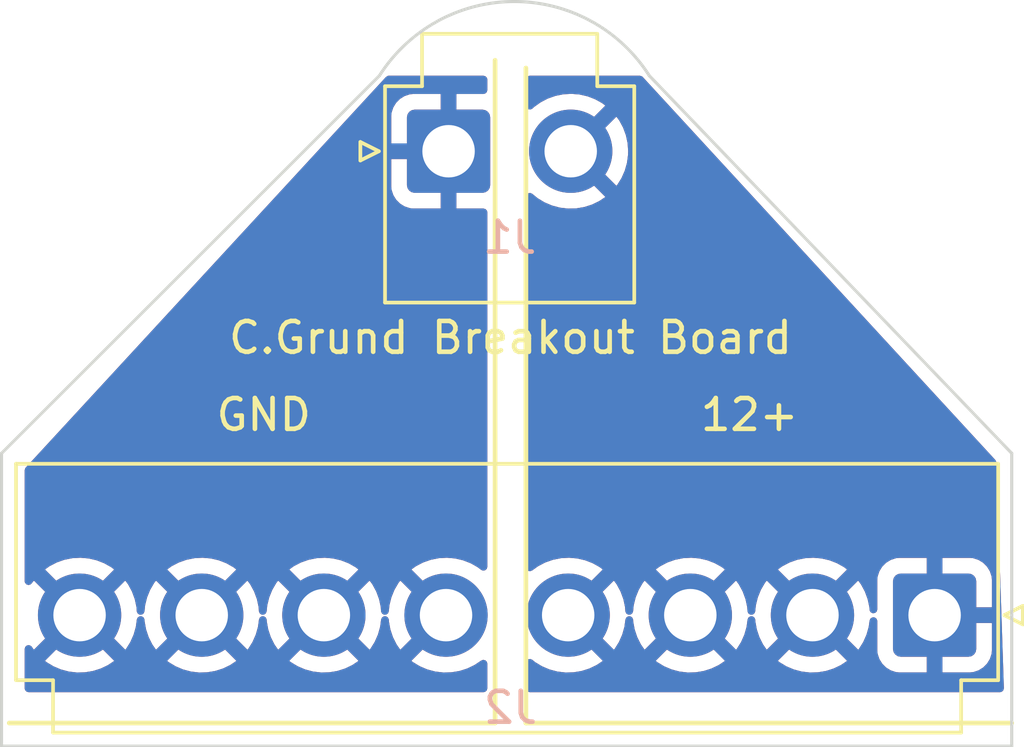
<source format=kicad_pcb>
(kicad_pcb (version 20211014) (generator pcbnew)
  (layers (0 "F.Cu" signal) (31 "B.Cu" signal) (34 "B.Paste" user) (35 "F.Paste" user) (36 "B.SilkS" user "B.Silkscreen") (37 "F.SilkS" user "F.Silkscreen") (38 "B.Mask" user) (39 "F.Mask" user) (44 "Edge.Cuts" user))
  (net 0 "")
  (net 1 "+12V")
  (net 2 "GND")
  (footprint "Connector_JST:JST_VH_B2P-VH-B_1x02_P3.96mm_Vertical" (layer "F.Cu") (at 146.7425 64.95)
    (fp_text reference "J1" (at 1.98 2.8) (layer "B.SilkS") (effects (justify mirror)))
    (fp_text value "Conn_01x02")
    (fp_line (start 6.02 4.91) (end -2.06 4.91) (layer "F.SilkS") (width 0.12))
    (fp_line (start -2.26 0) (end -2.86 0.3) (layer "F.SilkS") (width 0.12))
    (fp_line (start 4.82 -2.11) (end 6.02 -2.11) (layer "F.SilkS") (width 0.12))
    (fp_line (start -2.86 -0.3) (end -2.26 0) (layer "F.SilkS") (width 0.12))
    (fp_line (start 4.82 -3.81) (end 4.82 -2.11) (layer "F.SilkS") (width 0.12))
    (fp_line (start -0.86 -2.11) (end -0.86 -3.81) (layer "F.SilkS") (width 0.12))
    (fp_line (start 6.02 -2.11) (end 6.02 4.91) (layer "F.SilkS") (width 0.12))
    (fp_line (start -0.86 -3.81) (end 4.82 -3.81) (layer "F.SilkS") (width 0.12))
    (fp_line (start -2.86 0.3) (end -2.86 -0.3) (layer "F.SilkS") (width 0.12))
    (fp_line (start -2.06 4.91) (end -2.06 -2.11) (layer "F.SilkS") (width 0.12))
    (fp_line (start -2.06 -2.11) (end -0.86 -2.11) (layer "F.SilkS") (width 0.12))
    (pad "1" thru_hole roundrect (at 0 0) (size 2.7 2.7) (drill 1.7) (layers *.Cu *.Mask) (roundrect_rratio 0.092593) (net 2 "GND"))
    (pad "2" thru_hole circle (at 3.96 0) (size 2.7 2.7) (drill 1.7) (layers *.Cu *.Mask) (net 1 "+12V"))
  )
  (footprint "Connector_JST:JST_VH_B8P-VH_1x08_P3.96mm_Vertical" (layer "F.Cu") (at 162.5 80 180)
    (fp_text reference "J2" (at 13.75 -3) (layer "B.SilkS") (effects (justify mirror)))
    (fp_text value "Conn_01x08")
    (fp_line (start 28.58 -3.81) (end 28.58 -2.11) (layer "F.SilkS") (width 0.12))
    (fp_line (start -2.06 4.91) (end -2.06 -2.11) (layer "F.SilkS") (width 0.12))
    (fp_line (start -2.06 -2.11) (end -0.86 -2.11) (layer "F.SilkS") (width 0.12))
    (fp_line (start 29.78 -2.11) (end 29.78 4.91) (layer "F.SilkS") (width 0.12))
    (fp_line (start -2.86 0.3) (end -2.86 -0.3) (layer "F.SilkS") (width 0.12))
    (fp_line (start 29.78 4.91) (end -2.06 4.91) (layer "F.SilkS") (width 0.12))
    (fp_line (start -0.86 -2.11) (end -0.86 -3.81) (layer "F.SilkS") (width 0.12))
    (fp_line (start -0.86 -3.81) (end 28.58 -3.81) (layer "F.SilkS") (width 0.12))
    (fp_line (start -2.86 -0.3) (end -2.26 0) (layer "F.SilkS") (width 0.12))
    (fp_line (start 28.58 -2.11) (end 29.78 -2.11) (layer "F.SilkS") (width 0.12))
    (fp_line (start -2.26 0) (end -2.86 0.3) (layer "F.SilkS") (width 0.12))
    (pad "1" thru_hole roundrect (at 0 0 180) (size 2.7 2.7) (drill 1.7) (layers *.Cu *.Mask) (roundrect_rratio 0.092593) (net 1 "+12V"))
    (pad "2" thru_hole circle (at 3.96 0 180) (size 2.7 2.7) (drill 1.7) (layers *.Cu *.Mask) (net 1 "+12V"))
    (pad "3" thru_hole circle (at 7.92 0 180) (size 2.7 2.7) (drill 1.7) (layers *.Cu *.Mask) (net 1 "+12V"))
    (pad "4" thru_hole circle (at 11.88 0 180) (size 2.7 2.7) (drill 1.7) (layers *.Cu *.Mask) (net 1 "+12V"))
    (pad "5" thru_hole circle (at 15.84 0 180) (size 2.7 2.7) (drill 1.7) (layers *.Cu *.Mask) (net 2 "GND"))
    (pad "6" thru_hole circle (at 19.8 0 180) (size 2.7 2.7) (drill 1.7) (layers *.Cu *.Mask) (net 2 "GND"))
    (pad "7" thru_hole circle (at 23.76 0 180) (size 2.7 2.7) (drill 1.7) (layers *.Cu *.Mask) (net 2 "GND"))
    (pad "8" thru_hole circle (at 27.72 0 180) (size 2.7 2.7) (drill 1.7) (layers *.Cu *.Mask) (net 2 "GND"))
  )
  (gr_line (start 148.25 62) (end 148.25 83.5) (layer "F.SilkS") (width 0.15))
  (gr_line (start 149.25 83.5) (end 165 83.5) (layer "F.SilkS") (width 0.15))
  (gr_line (start 148.25 83.5) (end 132.5 83.5) (layer "F.SilkS") (width 0.15))
  (gr_line (start 149.25 62.25) (end 149.25 83.5) (layer "F.SilkS") (width 0.15))
  (gr_arc (start 144.5 62.5) (mid 148.875 60.093675) (end 153.25 62.5) (layer "Edge.Cuts") (width 0.1))
  (gr_line (start 165 84.25) (end 132.25 84.25) (layer "Edge.Cuts") (width 0.1))
  (gr_line (start 132.25 84.25) (end 132.25 74.75) (layer "Edge.Cuts") (width 0.1))
  (gr_line (start 132.25 74.75) (end 144.5 62.5) (layer "Edge.Cuts") (width 0.1))
  (gr_line (start 165 74.75) (end 165 84.25) (layer "Edge.Cuts") (width 0.1))
  (gr_line (start 153.25 62.5) (end 165 74.75) (layer "Edge.Cuts") (width 0.1))
  (gr_text "12+" (at 156.5 73.5) (layer "F.SilkS") (effects (font (size 1 1))))
  (gr_text "C.Grund Breakout Board" (at 148.75 71) (layer "F.SilkS") (effects (font (size 1 1))))
  (gr_text "GND" (at 140.75 73.5) (layer "F.SilkS") (effects (font (size 1 1))))
  (zone (net 2) (net_name "GND") (layers F&B.Cu) (connect_pads (clearance 0.508)) (min_thickness 0.254) (fill yes (thermal_gap 0.508) (thermal_bridge_width 0.508))
    (polygon (pts (xy 148 82.5) (xy 133 82.5) (xy 133 75.25) (xy 144.75 62.5) (xy 148 62.5)))
  )
  (zone (net 1) (net_name "+12V") (layers F&B.Cu) (connect_pads (clearance 0.508)) (min_thickness 0.254) (fill yes (thermal_gap 0.508) (thermal_bridge_width 0.508))
    (polygon (pts (xy 164.5 75) (xy 164.75 82.5) (xy 149.25 82.5) (xy 149.25 62.5) (xy 153 62.5)))
  )
)
</source>
